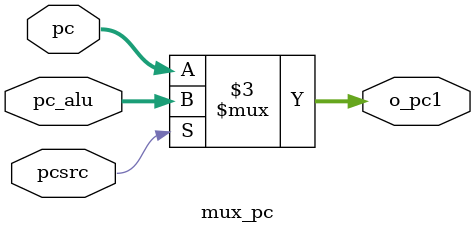
<source format=v>
`timescale 1ns / 1ps
module mux_pc(
	input wire [8:0]pc,
	input wire [8:0]pc_alu,
	input wire pcsrc,
	output reg [8:0] o_pc1
    );

always @(*)
begin
      if (pcsrc)
			o_pc1 <= pc_alu;
      else
         o_pc1 <= pc;
end
endmodule

</source>
